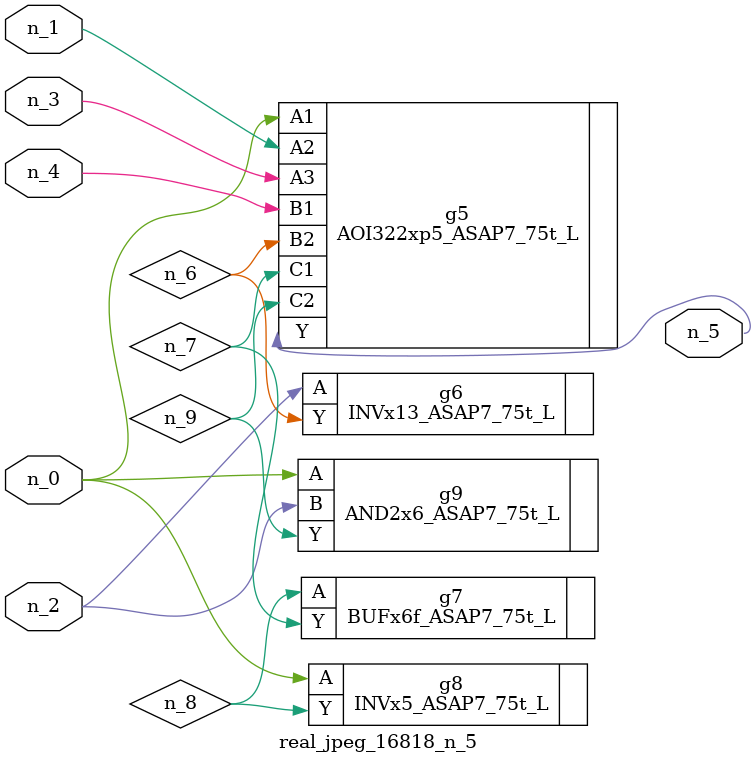
<source format=v>
module real_jpeg_16818_n_5 (n_4, n_0, n_1, n_2, n_3, n_5);

input n_4;
input n_0;
input n_1;
input n_2;
input n_3;

output n_5;

wire n_8;
wire n_6;
wire n_7;
wire n_9;

AOI322xp5_ASAP7_75t_L g5 ( 
.A1(n_0),
.A2(n_1),
.A3(n_3),
.B1(n_4),
.B2(n_6),
.C1(n_7),
.C2(n_9),
.Y(n_5)
);

INVx5_ASAP7_75t_L g8 ( 
.A(n_0),
.Y(n_8)
);

AND2x6_ASAP7_75t_L g9 ( 
.A(n_0),
.B(n_2),
.Y(n_9)
);

INVx13_ASAP7_75t_L g6 ( 
.A(n_2),
.Y(n_6)
);

BUFx6f_ASAP7_75t_L g7 ( 
.A(n_8),
.Y(n_7)
);


endmodule
</source>
